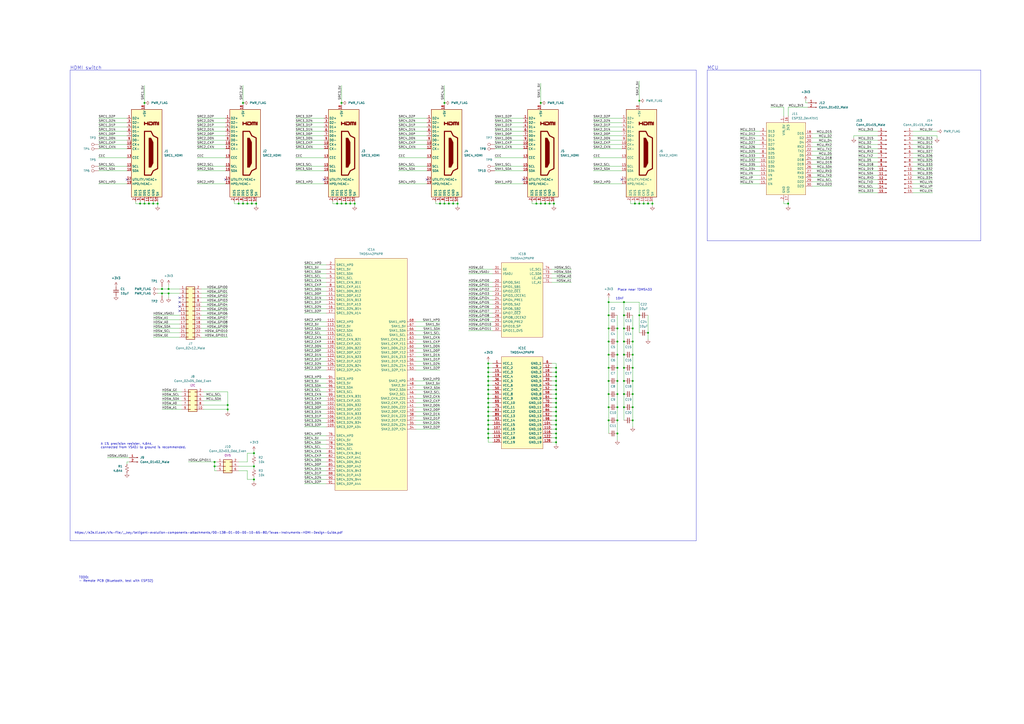
<source format=kicad_sch>
(kicad_sch (version 20230121) (generator eeschema)
  (paper "A2")
  (title_block (title "TDMS442 Demo") (rev "2A") (company "Nick Bolton"))
  (junction (at 260.35 118.11))
  (junction (at 132.08 237.49))
  (junction (at 93.98 167.64))
  (junction (at 83.82 118.11))
  (junction (at 195.58 118.11))
  (junction (at 265.43 118.11))
  (junction (at 322.58 241.3))
  (junction (at 358.14 243.84))
  (junction (at 255.27 118.11))
  (junction (at 370.84 58.42))
  (junction (at 283.21 241.3))
  (junction (at 368.3 118.11))
  (junction (at 322.58 223.52))
  (junction (at 353.06 213.36))
  (junction (at 367.03 198.12))
  (junction (at 367.03 243.84))
  (junction (at 143.51 118.11))
  (junction (at 322.58 220.98))
  (junction (at 283.21 238.76))
  (junction (at 367.03 205.74))
  (junction (at 257.81 59.69))
  (junction (at 353.06 228.6))
  (junction (at 81.28 118.11))
  (junction (at 198.12 118.11))
  (junction (at 322.58 256.54))
  (junction (at 313.69 118.11))
  (junction (at 203.2 118.11))
  (junction (at 283.21 236.22))
  (junction (at 367.03 220.98))
  (junction (at 361.95 205.74))
  (junction (at 353.06 236.22))
  (junction (at 361.95 213.36))
  (junction (at 367.03 190.5))
  (junction (at 361.95 220.98))
  (junction (at 361.95 175.26))
  (junction (at 322.58 231.14))
  (junction (at 322.58 236.22))
  (junction (at 283.21 218.44))
  (junction (at 361.95 182.88))
  (junction (at 322.58 243.84))
  (junction (at 361.95 190.5))
  (junction (at 358.14 198.12))
  (junction (at 322.58 218.44))
  (junction (at 353.06 205.74))
  (junction (at 322.58 246.38))
  (junction (at 358.14 213.36))
  (junction (at 97.79 170.18))
  (junction (at 283.21 215.9))
  (junction (at 322.58 238.76))
  (junction (at 283.21 254))
  (junction (at 147.32 278.13))
  (junction (at 148.59 118.11))
  (junction (at 322.58 254))
  (junction (at 283.21 210.82))
  (junction (at 358.14 205.74))
  (junction (at 88.9 118.11))
  (junction (at 322.58 251.46))
  (junction (at 283.21 246.38))
  (junction (at 358.14 220.98))
  (junction (at 313.69 59.69))
  (junction (at 124.46 270.51))
  (junction (at 457.2 118.11))
  (junction (at 361.95 236.22))
  (junction (at 283.21 226.06))
  (junction (at 283.21 251.46))
  (junction (at 283.21 228.6))
  (junction (at 283.21 243.84))
  (junction (at 378.46 118.11))
  (junction (at 86.36 118.11))
  (junction (at 370.84 118.11))
  (junction (at 257.81 118.11))
  (junction (at 124.46 267.97))
  (junction (at 373.38 118.11))
  (junction (at 322.58 215.9))
  (junction (at 353.06 182.88))
  (junction (at 146.05 118.11))
  (junction (at 262.89 118.11))
  (junction (at 311.15 118.11))
  (junction (at 200.66 118.11))
  (junction (at 138.43 118.11))
  (junction (at 367.03 236.22))
  (junction (at 283.21 220.98))
  (junction (at 353.06 175.26))
  (junction (at 361.95 228.6))
  (junction (at 283.21 223.52))
  (junction (at 140.97 118.11))
  (junction (at 353.06 198.12))
  (junction (at 93.98 170.18))
  (junction (at 367.03 213.36))
  (junction (at 353.06 190.5))
  (junction (at 83.82 59.69))
  (junction (at 358.14 236.22))
  (junction (at 283.21 248.92))
  (junction (at 370.84 182.88))
  (junction (at 358.14 190.5))
  (junction (at 91.44 118.11))
  (junction (at 358.14 228.6))
  (junction (at 353.06 243.84))
  (junction (at 367.03 228.6))
  (junction (at 318.77 118.11))
  (junction (at 322.58 226.06))
  (junction (at 375.92 118.11))
  (junction (at 322.58 248.92))
  (junction (at 198.12 59.69))
  (junction (at 361.95 198.12))
  (junction (at 375.92 193.04))
  (junction (at 322.58 233.68))
  (junction (at 358.14 251.46))
  (junction (at 322.58 213.36))
  (junction (at 205.74 118.11))
  (junction (at 283.21 231.14))
  (junction (at 353.06 220.98))
  (junction (at 97.79 167.64))
  (junction (at 132.08 234.95))
  (junction (at 316.23 118.11))
  (junction (at 283.21 233.68))
  (junction (at 321.31 118.11))
  (junction (at 140.97 59.69))
  (junction (at 147.32 262.89))
  (junction (at 322.58 228.6))
  (junction (at 147.32 270.51))
  (junction (at 283.21 213.36))
  (no_connect (at 104.14 175.26))
  (no_connect (at 104.14 180.34))
  (no_connect (at 104.14 177.8))
  (no_connect (at 360.68 104.14))
  (no_connect (at 130.81 104.14))
  (no_connect (at 73.66 104.14))
  (no_connect (at 303.53 104.14))
  (no_connect (at 104.14 172.72))
  (no_connect (at 187.96 104.14))
  (no_connect (at 247.65 104.14))
  (wire (pts (xy 97.79 165.1) (xy 97.79 167.64)))
  (wire (pts (xy 367.03 213.36) (xy 367.03 220.98)))
  (wire (pts (xy 283.21 218.44) (xy 283.21 220.98)))
  (wire (pts (xy 176.53 196.85) (xy 189.23 196.85)))
  (wire (pts (xy 482.6 97.79) (xy 471.17 97.79)))
  (wire (pts (xy 283.21 254) (xy 285.75 254)))
  (wire (pts (xy 198.12 59.69) (xy 198.12 60.96)))
  (wire (pts (xy 283.21 220.98) (xy 283.21 223.52)))
  (wire (pts (xy 265.43 116.84) (xy 265.43 118.11)))
  (wire (pts (xy 283.21 243.84) (xy 283.21 246.38)))
  (wire (pts (xy 200.66 116.84) (xy 200.66 118.11)))
  (wire (pts (xy 116.84 195.58) (xy 132.08 195.58)))
  (wire (pts (xy 57.15 76.2) (xy 73.66 76.2)))
  (wire (pts (xy 344.17 96.52) (xy 360.68 96.52)))
  (wire (pts (xy 132.08 187.96) (xy 116.84 187.96)))
  (wire (pts (xy 171.45 68.58) (xy 187.96 68.58)))
  (wire (pts (xy 322.58 248.92) (xy 322.58 246.38)))
  (wire (pts (xy 497.84 111.76) (xy 509.27 111.76)))
  (wire (pts (xy 322.58 215.9) (xy 322.58 213.36)))
  (wire (pts (xy 57.15 81.28) (xy 73.66 81.28)))
  (wire (pts (xy 367.03 220.98) (xy 367.03 228.6)))
  (wire (pts (xy 287.02 83.82) (xy 303.53 83.82)))
  (wire (pts (xy 367.03 205.74) (xy 367.03 213.36)))
  (wire (pts (xy 543.56 76.2) (xy 529.59 76.2)))
  (wire (pts (xy 482.6 92.71) (xy 471.17 92.71)))
  (wire (pts (xy 132.08 227.33) (xy 132.08 234.95)))
  (wire (pts (xy 283.21 246.38) (xy 285.75 246.38)))
  (wire (pts (xy 344.17 99.06) (xy 360.68 99.06)))
  (wire (pts (xy 429.26 86.36) (xy 440.69 86.36)))
  (wire (pts (xy 176.53 214.63) (xy 189.23 214.63)))
  (wire (pts (xy 497.84 88.9) (xy 509.27 88.9)))
  (wire (pts (xy 93.98 229.87) (xy 105.41 229.87)))
  (wire (pts (xy 457.2 116.84) (xy 457.2 118.11)))
  (wire (pts (xy 147.32 278.13) (xy 147.32 276.86)))
  (wire (pts (xy 176.53 252.73) (xy 189.23 252.73)))
  (wire (pts (xy 118.11 229.87) (xy 128.27 229.87)))
  (wire (pts (xy 367.03 182.88) (xy 367.03 190.5)))
  (wire (pts (xy 176.53 168.91) (xy 189.23 168.91)))
  (wire (pts (xy 97.79 170.18) (xy 104.14 170.18)))
  (wire (pts (xy 541.02 104.14) (xy 529.59 104.14)))
  (wire (pts (xy 429.26 78.74) (xy 440.69 78.74)))
  (wire (pts (xy 495.3 78.74) (xy 509.27 78.74)))
  (wire (pts (xy 176.53 242.57) (xy 189.23 242.57)))
  (wire (pts (xy 308.61 116.84) (xy 308.61 118.11)))
  (wire (pts (xy 271.78 181.61) (xy 285.75 181.61)))
  (polyline (pts (xy 568.96 139.7) (xy 568.96 40.64)))
  (wire (pts (xy 457.2 118.11) (xy 457.2 119.38)))
  (wire (pts (xy 132.08 177.8) (xy 116.84 177.8)))
  (wire (pts (xy 88.9 118.11) (xy 91.44 118.11)))
  (wire (pts (xy 176.53 176.53) (xy 189.23 176.53)))
  (wire (pts (xy 320.04 210.82) (xy 322.58 210.82)))
  (wire (pts (xy 543.56 78.74) (xy 529.59 78.74)))
  (wire (pts (xy 283.21 251.46) (xy 285.75 251.46)))
  (wire (pts (xy 231.14 83.82) (xy 247.65 83.82)))
  (wire (pts (xy 57.15 86.36) (xy 73.66 86.36)))
  (wire (pts (xy 171.45 71.12) (xy 187.96 71.12)))
  (wire (pts (xy 353.06 190.5) (xy 353.06 182.88)))
  (wire (pts (xy 308.61 118.11) (xy 311.15 118.11)))
  (wire (pts (xy 135.89 118.11) (xy 138.43 118.11)))
  (wire (pts (xy 147.32 261.62) (xy 147.32 262.89)))
  (wire (pts (xy 429.26 91.44) (xy 440.69 91.44)))
  (wire (pts (xy 140.97 59.69) (xy 140.97 60.96)))
  (wire (pts (xy 283.21 236.22) (xy 285.75 236.22)))
  (wire (pts (xy 176.53 224.79) (xy 189.23 224.79)))
  (wire (pts (xy 57.15 78.74) (xy 73.66 78.74)))
  (wire (pts (xy 241.3 223.52) (xy 255.27 223.52)))
  (wire (pts (xy 241.3 228.6) (xy 255.27 228.6)))
  (wire (pts (xy 200.66 118.11) (xy 203.2 118.11)))
  (wire (pts (xy 57.15 99.06) (xy 73.66 99.06)))
  (wire (pts (xy 429.26 76.2) (xy 440.69 76.2)))
  (wire (pts (xy 313.69 118.11) (xy 316.23 118.11)))
  (wire (pts (xy 171.45 78.74) (xy 187.96 78.74)))
  (wire (pts (xy 331.47 156.21) (xy 320.04 156.21)))
  (wire (pts (xy 176.53 163.83) (xy 189.23 163.83)))
  (wire (pts (xy 171.45 81.28) (xy 187.96 81.28)))
  (wire (pts (xy 198.12 116.84) (xy 198.12 118.11)))
  (wire (pts (xy 361.95 175.26) (xy 361.95 182.88)))
  (wire (pts (xy 241.3 233.68) (xy 255.27 233.68)))
  (wire (pts (xy 147.32 271.78) (xy 147.32 270.51)))
  (wire (pts (xy 320.04 226.06) (xy 322.58 226.06)))
  (wire (pts (xy 361.95 198.12) (xy 361.95 205.74)))
  (wire (pts (xy 457.2 67.31) (xy 457.2 62.23)))
  (wire (pts (xy 135.89 116.84) (xy 135.89 118.11)))
  (wire (pts (xy 195.58 116.84) (xy 195.58 118.11)))
  (wire (pts (xy 322.58 213.36) (xy 322.58 210.82)))
  (wire (pts (xy 140.97 116.84) (xy 140.97 118.11)))
  (wire (pts (xy 132.08 237.49) (xy 132.08 238.76)))
  (wire (pts (xy 353.06 172.72) (xy 353.06 175.26)))
  (wire (pts (xy 283.21 243.84) (xy 285.75 243.84)))
  (wire (pts (xy 320.04 228.6) (xy 322.58 228.6)))
  (wire (pts (xy 132.08 190.5) (xy 116.84 190.5)))
  (wire (pts (xy 283.21 231.14) (xy 285.75 231.14)))
  (wire (pts (xy 367.03 198.12) (xy 367.03 205.74)))
  (wire (pts (xy 497.84 86.36) (xy 509.27 86.36)))
  (polyline (pts (xy 40.64 40.64) (xy 403.86 40.64)))
  (wire (pts (xy 365.76 116.84) (xy 365.76 118.11)))
  (wire (pts (xy 361.95 190.5) (xy 361.95 198.12)))
  (wire (pts (xy 316.23 116.84) (xy 316.23 118.11)))
  (wire (pts (xy 124.46 273.05) (xy 125.73 273.05)))
  (wire (pts (xy 176.53 166.37) (xy 189.23 166.37)))
  (wire (pts (xy 320.04 256.54) (xy 322.58 256.54)))
  (wire (pts (xy 143.51 278.13) (xy 147.32 278.13)))
  (wire (pts (xy 320.04 231.14) (xy 322.58 231.14)))
  (wire (pts (xy 370.84 46.99) (xy 370.84 58.42)))
  (wire (pts (xy 454.66 116.84) (xy 454.66 118.11)))
  (wire (pts (xy 541.02 88.9) (xy 529.59 88.9)))
  (wire (pts (xy 91.44 170.18) (xy 93.98 170.18)))
  (wire (pts (xy 176.53 245.11) (xy 189.23 245.11)))
  (wire (pts (xy 344.17 83.82) (xy 360.68 83.82)))
  (wire (pts (xy 241.3 214.63) (xy 255.27 214.63)))
  (wire (pts (xy 93.98 232.41) (xy 105.41 232.41)))
  (wire (pts (xy 467.36 59.69) (xy 468.63 59.69)))
  (wire (pts (xy 322.58 231.14) (xy 322.58 228.6)))
  (wire (pts (xy 83.82 49.53) (xy 83.82 59.69)))
  (wire (pts (xy 320.04 243.84) (xy 322.58 243.84)))
  (wire (pts (xy 509.27 76.2) (xy 497.84 76.2)))
  (wire (pts (xy 93.98 167.64) (xy 97.79 167.64)))
  (wire (pts (xy 176.53 227.33) (xy 189.23 227.33)))
  (wire (pts (xy 361.95 205.74) (xy 361.95 213.36)))
  (wire (pts (xy 231.14 76.2) (xy 247.65 76.2)))
  (wire (pts (xy 367.03 190.5) (xy 367.03 198.12)))
  (wire (pts (xy 91.44 167.64) (xy 93.98 167.64)))
  (wire (pts (xy 497.84 99.06) (xy 509.27 99.06)))
  (wire (pts (xy 93.98 171.45) (xy 93.98 170.18)))
  (wire (pts (xy 375.92 118.11) (xy 378.46 118.11)))
  (wire (pts (xy 241.3 220.98) (xy 255.27 220.98)))
  (wire (pts (xy 283.21 246.38) (xy 283.21 248.92)))
  (wire (pts (xy 57.15 71.12) (xy 73.66 71.12)))
  (wire (pts (xy 283.21 220.98) (xy 285.75 220.98)))
  (wire (pts (xy 361.95 213.36) (xy 361.95 220.98)))
  (wire (pts (xy 320.04 246.38) (xy 322.58 246.38)))
  (wire (pts (xy 231.14 68.58) (xy 247.65 68.58)))
  (wire (pts (xy 543.56 80.01) (xy 543.56 78.74)))
  (wire (pts (xy 241.3 238.76) (xy 255.27 238.76)))
  (wire (pts (xy 176.53 270.51) (xy 189.23 270.51)))
  (wire (pts (xy 176.53 201.93) (xy 189.23 201.93)))
  (wire (pts (xy 148.59 118.11) (xy 148.59 119.38)))
  (wire (pts (xy 322.58 246.38) (xy 322.58 243.84)))
  (wire (pts (xy 541.02 86.36) (xy 529.59 86.36)))
  (wire (pts (xy 358.14 255.27) (xy 358.14 251.46)))
  (wire (pts (xy 370.84 116.84) (xy 370.84 118.11)))
  (wire (pts (xy 353.06 213.36) (xy 353.06 205.74)))
  (wire (pts (xy 241.3 186.69) (xy 255.27 186.69)))
  (wire (pts (xy 241.3 248.92) (xy 255.27 248.92)))
  (wire (pts (xy 271.78 189.23) (xy 285.75 189.23)))
  (wire (pts (xy 241.3 231.14) (xy 255.27 231.14)))
  (wire (pts (xy 429.26 96.52) (xy 440.69 96.52)))
  (wire (pts (xy 318.77 116.84) (xy 318.77 118.11)))
  (wire (pts (xy 83.82 116.84) (xy 83.82 118.11)))
  (wire (pts (xy 283.21 210.82) (xy 283.21 213.36)))
  (wire (pts (xy 344.17 78.74) (xy 360.68 78.74)))
  (wire (pts (xy 193.04 118.11) (xy 195.58 118.11)))
  (wire (pts (xy 322.58 218.44) (xy 322.58 215.9)))
  (wire (pts (xy 176.53 194.31) (xy 189.23 194.31)))
  (wire (pts (xy 176.53 265.43) (xy 189.23 265.43)))
  (wire (pts (xy 287.02 78.74) (xy 303.53 78.74)))
  (wire (pts (xy 241.3 236.22) (xy 255.27 236.22)))
  (wire (pts (xy 143.51 267.97) (xy 143.51 262.89)))
  (wire (pts (xy 283.21 209.55) (xy 283.21 210.82)))
  (wire (pts (xy 283.21 238.76) (xy 283.21 241.3)))
  (wire (pts (xy 114.3 83.82) (xy 130.81 83.82)))
  (wire (pts (xy 83.82 118.11) (xy 86.36 118.11)))
  (wire (pts (xy 541.02 106.68) (xy 529.59 106.68)))
  (wire (pts (xy 283.21 251.46) (xy 283.21 254)))
  (wire (pts (xy 176.53 158.75) (xy 189.23 158.75)))
  (wire (pts (xy 176.53 229.87) (xy 189.23 229.87)))
  (wire (pts (xy 241.3 209.55) (xy 255.27 209.55)))
  (wire (pts (xy 283.21 218.44) (xy 285.75 218.44)))
  (wire (pts (xy 241.3 204.47) (xy 255.27 204.47)))
  (wire (pts (xy 320.04 241.3) (xy 322.58 241.3)))
  (wire (pts (xy 353.06 175.26) (xy 361.95 175.26)))
  (wire (pts (xy 260.35 118.11) (xy 262.89 118.11)))
  (wire (pts (xy 148.59 116.84) (xy 148.59 118.11)))
  (wire (pts (xy 541.02 96.52) (xy 529.59 96.52)))
  (wire (pts (xy 283.21 248.92) (xy 285.75 248.92)))
  (wire (pts (xy 241.3 196.85) (xy 255.27 196.85)))
  (wire (pts (xy 482.6 80.01) (xy 471.17 80.01)))
  (wire (pts (xy 541.02 111.76) (xy 529.59 111.76)))
  (wire (pts (xy 322.58 256.54) (xy 322.58 254)))
  (wire (pts (xy 287.02 76.2) (xy 303.53 76.2)))
  (wire (pts (xy 447.04 62.23) (xy 454.66 62.23)))
  (wire (pts (xy 104.14 167.64) (xy 97.79 167.64)))
  (wire (pts (xy 143.51 118.11) (xy 146.05 118.11)))
  (wire (pts (xy 138.43 118.11) (xy 140.97 118.11)))
  (wire (pts (xy 322.58 228.6) (xy 322.58 226.06)))
  (wire (pts (xy 257.81 118.11) (xy 260.35 118.11)))
  (wire (pts (xy 271.78 176.53) (xy 285.75 176.53)))
  (wire (pts (xy 322.58 220.98) (xy 322.58 218.44)))
  (polyline (pts (xy 410.21 40.64) (xy 410.21 139.7)))
  (wire (pts (xy 241.3 243.84) (xy 255.27 243.84)))
  (wire (pts (xy 57.15 96.52) (xy 73.66 96.52)))
  (wire (pts (xy 176.53 207.01) (xy 189.23 207.01)))
  (wire (pts (xy 541.02 99.06) (xy 529.59 99.06)))
  (wire (pts (xy 375.92 193.04) (xy 375.92 196.85)))
  (wire (pts (xy 271.78 184.15) (xy 285.75 184.15)))
  (wire (pts (xy 104.14 185.42) (xy 88.9 185.42)))
  (wire (pts (xy 429.26 81.28) (xy 440.69 81.28)))
  (wire (pts (xy 353.06 220.98) (xy 353.06 213.36)))
  (wire (pts (xy 283.21 233.68) (xy 285.75 233.68)))
  (wire (pts (xy 176.53 181.61) (xy 189.23 181.61)))
  (wire (pts (xy 358.14 228.6) (xy 358.14 220.98)))
  (wire (pts (xy 176.53 267.97) (xy 189.23 267.97)))
  (wire (pts (xy 320.04 236.22) (xy 322.58 236.22)))
  (wire (pts (xy 271.78 168.91) (xy 285.75 168.91)))
  (wire (pts (xy 271.78 186.69) (xy 285.75 186.69)))
  (wire (pts (xy 109.22 267.97) (xy 124.46 267.97)))
  (wire (pts (xy 311.15 116.84) (xy 311.15 118.11)))
  (wire (pts (xy 171.45 91.44) (xy 187.96 91.44)))
  (wire (pts (xy 367.03 228.6) (xy 367.03 236.22)))
  (wire (pts (xy 283.21 254) (xy 283.21 256.54)))
  (wire (pts (xy 320.04 248.92) (xy 322.58 248.92)))
  (wire (pts (xy 541.02 83.82) (xy 529.59 83.82)))
  (wire (pts (xy 262.89 116.84) (xy 262.89 118.11)))
  (wire (pts (xy 241.3 199.39) (xy 255.27 199.39)))
  (wire (pts (xy 344.17 86.36) (xy 360.68 86.36)))
  (wire (pts (xy 283.21 238.76) (xy 285.75 238.76)))
  (wire (pts (xy 283.21 223.52) (xy 285.75 223.52)))
  (wire (pts (xy 86.36 116.84) (xy 86.36 118.11)))
  (wire (pts (xy 132.08 175.26) (xy 116.84 175.26)))
  (wire (pts (xy 283.21 215.9) (xy 283.21 218.44)))
  (wire (pts (xy 146.05 118.11) (xy 148.59 118.11)))
  (wire (pts (xy 91.44 118.11) (xy 91.44 119.38)))
  (wire (pts (xy 255.27 116.84) (xy 255.27 118.11)))
  (wire (pts (xy 368.3 118.11) (xy 370.84 118.11)))
  (wire (pts (xy 176.53 161.29) (xy 189.23 161.29)))
  (wire (pts (xy 255.27 118.11) (xy 257.81 118.11)))
  (wire (pts (xy 541.02 91.44) (xy 529.59 91.44)))
  (wire (pts (xy 171.45 73.66) (xy 187.96 73.66)))
  (wire (pts (xy 358.14 236.22) (xy 358.14 228.6)))
  (wire (pts (xy 370.84 118.11) (xy 373.38 118.11)))
  (wire (pts (xy 104.14 187.96) (xy 88.9 187.96)))
  (wire (pts (xy 132.08 167.64) (xy 116.84 167.64)))
  (wire (pts (xy 271.78 191.77) (xy 285.75 191.77)))
  (wire (pts (xy 378.46 116.84) (xy 378.46 118.11)))
  (wire (pts (xy 114.3 68.58) (xy 130.81 68.58)))
  (wire (pts (xy 171.45 83.82) (xy 187.96 83.82)))
  (wire (pts (xy 283.21 226.06) (xy 285.75 226.06)))
  (wire (pts (xy 322.58 251.46) (xy 322.58 248.92)))
  (wire (pts (xy 203.2 118.11) (xy 205.74 118.11)))
  (wire (pts (xy 86.36 118.11) (xy 88.9 118.11)))
  (polyline (pts (xy 410.21 139.7) (xy 568.96 139.7)))
  (wire (pts (xy 344.17 106.68) (xy 360.68 106.68)))
  (wire (pts (xy 93.98 237.49) (xy 105.41 237.49)))
  (wire (pts (xy 283.21 256.54) (xy 285.75 256.54)))
  (wire (pts (xy 231.14 96.52) (xy 247.65 96.52)))
  (wire (pts (xy 147.32 269.24) (xy 147.32 270.51)))
  (wire (pts (xy 287.02 68.58) (xy 303.53 68.58)))
  (wire (pts (xy 171.45 99.06) (xy 187.96 99.06)))
  (wire (pts (xy 118.11 237.49) (xy 132.08 237.49)))
  (wire (pts (xy 320.04 215.9) (xy 322.58 215.9)))
  (wire (pts (xy 231.14 71.12) (xy 247.65 71.12)))
  (wire (pts (xy 176.53 232.41) (xy 189.23 232.41)))
  (wire (pts (xy 257.81 59.69) (xy 257.81 60.96)))
  (wire (pts (xy 231.14 73.66) (xy 247.65 73.66)))
  (wire (pts (xy 482.6 87.63) (xy 471.17 87.63)))
  (wire (pts (xy 320.04 220.98) (xy 322.58 220.98)))
  (wire (pts (xy 358.14 251.46) (xy 358.14 243.84)))
  (wire (pts (xy 143.51 262.89) (xy 147.32 262.89)))
  (wire (pts (xy 124.46 270.51) (xy 125.73 270.51)))
  (wire (pts (xy 497.84 81.28) (xy 509.27 81.28)))
  (wire (pts (xy 176.53 191.77) (xy 189.23 191.77)))
  (wire (pts (xy 283.21 248.92) (xy 283.21 251.46)))
  (wire (pts (xy 88.9 195.58) (xy 104.14 195.58)))
  (wire (pts (xy 482.6 102.87) (xy 471.17 102.87)))
  (wire (pts (xy 482.6 105.41) (xy 471.17 105.41)))
  (wire (pts (xy 373.38 116.84) (xy 373.38 118.11)))
  (wire (pts (xy 124.46 267.97) (xy 125.73 267.97)))
  (wire (pts (xy 320.04 218.44) (xy 322.58 218.44)))
  (wire (pts (xy 375.92 116.84) (xy 375.92 118.11)))
  (wire (pts (xy 353.06 228.6) (xy 353.06 220.98)))
  (wire (pts (xy 320.04 233.68) (xy 322.58 233.68)))
  (wire (pts (xy 93.98 234.95) (xy 105.41 234.95)))
  (wire (pts (xy 497.84 91.44) (xy 509.27 91.44)))
  (wire (pts (xy 93.98 227.33) (xy 105.41 227.33)))
  (wire (pts (xy 313.69 116.84) (xy 313.69 118.11)))
  (wire (pts (xy 176.53 273.05) (xy 189.23 273.05)))
  (wire (pts (xy 118.11 232.41) (xy 128.27 232.41)))
  (wire (pts (xy 241.3 201.93) (xy 255.27 201.93)))
  (wire (pts (xy 88.9 116.84) (xy 88.9 118.11)))
  (wire (pts (xy 176.53 171.45) (xy 189.23 171.45)))
  (wire (pts (xy 205.74 118.11) (xy 205.74 119.38)))
  (wire (pts (xy 482.6 77.47) (xy 471.17 77.47)))
  (wire (pts (xy 241.3 246.38) (xy 255.27 246.38)))
  (wire (pts (xy 320.04 254) (xy 322.58 254)))
  (wire (pts (xy 482.6 90.17) (xy 471.17 90.17)))
  (wire (pts (xy 283.21 228.6) (xy 285.75 228.6)))
  (wire (pts (xy 287.02 99.06) (xy 303.53 99.06)))
  (wire (pts (xy 497.84 96.52) (xy 509.27 96.52)))
  (wire (pts (xy 57.15 68.58) (xy 73.66 68.58)))
  (wire (pts (xy 132.08 227.33) (xy 118.11 227.33)))
  (wire (pts (xy 176.53 222.25) (xy 189.23 222.25)))
  (wire (pts (xy 114.3 71.12) (xy 130.81 71.12)))
  (wire (pts (xy 271.78 179.07) (xy 285.75 179.07)))
  (wire (pts (xy 114.3 81.28) (xy 130.81 81.28)))
  (wire (pts (xy 198.12 118.11) (xy 200.66 118.11)))
  (wire (pts (xy 260.35 116.84) (xy 260.35 118.11)))
  (wire (pts (xy 497.84 109.22) (xy 509.27 109.22)))
  (wire (pts (xy 124.46 270.51) (xy 124.46 273.05)))
  (wire (pts (xy 271.78 173.99) (xy 285.75 173.99)))
  (wire (pts (xy 57.15 83.82) (xy 73.66 83.82)))
  (wire (pts (xy 143.51 116.84) (xy 143.51 118.11)))
  (wire (pts (xy 361.95 220.98) (xy 361.95 228.6)))
  (wire (pts (xy 361.95 228.6) (xy 361.95 236.22)))
  (wire (pts (xy 320.04 238.76) (xy 322.58 238.76)))
  (wire (pts (xy 353.06 243.84) (xy 353.06 236.22)))
  (wire (pts (xy 358.14 213.36) (xy 358.14 205.74)))
  (wire (pts (xy 318.77 118.11) (xy 321.31 118.11)))
  (wire (pts (xy 231.14 86.36) (xy 247.65 86.36)))
  (wire (pts (xy 104.14 193.04) (xy 88.9 193.04)))
  (wire (pts (xy 454.66 62.23) (xy 454.66 67.31)))
  (wire (pts (xy 132.08 237.49) (xy 132.08 234.95)))
  (wire (pts (xy 257.81 116.84) (xy 257.81 118.11)))
  (wire (pts (xy 482.6 82.55) (xy 471.17 82.55)))
  (wire (pts (xy 114.3 91.44) (xy 130.81 91.44)))
  (wire (pts (xy 541.02 101.6) (xy 529.59 101.6)))
  (wire (pts (xy 361.95 236.22) (xy 361.95 243.84)))
  (wire (pts (xy 171.45 96.52) (xy 187.96 96.52)))
  (wire (pts (xy 241.3 226.06) (xy 255.27 226.06)))
  (wire (pts (xy 241.3 241.3) (xy 255.27 241.3)))
  (wire (pts (xy 344.17 81.28) (xy 360.68 81.28)))
  (wire (pts (xy 140.97 118.11) (xy 143.51 118.11)))
  (wire (pts (xy 171.45 86.36) (xy 187.96 86.36)))
  (wire (pts (xy 193.04 116.84) (xy 193.04 118.11)))
  (wire (pts (xy 429.26 88.9) (xy 440.69 88.9)))
  (wire (pts (xy 74.93 265.43) (xy 62.23 265.43)))
  (wire (pts (xy 147.32 262.89) (xy 147.32 264.16)))
  (wire (pts (xy 322.58 257.81) (xy 322.58 256.54)))
  (wire (pts (xy 176.53 255.27) (xy 189.23 255.27)))
  (wire (pts (xy 322.58 254) (xy 322.58 251.46)))
  (wire (pts (xy 132.08 193.04) (xy 116.84 193.04)))
  (wire (pts (xy 73.66 267.97) (xy 73.66 269.24)))
  (wire (pts (xy 368.3 116.84) (xy 368.3 118.11)))
  (wire (pts (xy 429.26 106.68) (xy 440.69 106.68)))
  (wire (pts (xy 367.03 247.65) (xy 367.03 243.84)))
  (wire (pts (xy 321.31 116.84) (xy 321.31 118.11)))
  (wire (pts (xy 271.78 163.83) (xy 285.75 163.83)))
  (wire (pts (xy 171.45 76.2) (xy 187.96 76.2)))
  (wire (pts (xy 287.02 73.66) (xy 303.53 73.66)))
  (wire (pts (xy 132.08 180.34) (xy 116.84 180.34)))
  (wire (pts (xy 353.06 251.46) (xy 353.06 243.84)))
  (wire (pts (xy 271.78 158.75) (xy 285.75 158.75)))
  (wire (pts (xy 320.04 223.52) (xy 322.58 223.52)))
  (wire (pts (xy 454.66 118.11) (xy 457.2 118.11)))
  (wire (pts (xy 482.6 107.95) (xy 471.17 107.95)))
  (wire (pts (xy 429.26 104.14) (xy 440.69 104.14)))
  (wire (pts (xy 231.14 81.28) (xy 247.65 81.28)))
  (wire (pts (xy 231.14 91.44) (xy 247.65 91.44)))
  (wire (pts (xy 93.98 166.37) (xy 93.98 167.64)))
  (wire (pts (xy 370.84 182.88) (xy 370.84 175.26)))
  (wire (pts (xy 283.21 223.52) (xy 283.21 226.06)))
  (wire (pts (xy 176.53 199.39) (xy 189.23 199.39)))
  (wire (pts (xy 283.21 228.6) (xy 283.21 231.14)))
  (wire (pts (xy 176.53 156.21) (xy 189.23 156.21)))
  (wire (pts (xy 176.53 257.81) (xy 189.23 257.81)))
  (wire (pts (xy 353.06 205.74) (xy 353.06 198.12)))
  (wire (pts (xy 283.21 231.14) (xy 283.21 233.68)))
  (wire (pts (xy 311.15 118.11) (xy 313.69 118.11)))
  (wire (pts (xy 176.53 153.67) (xy 189.23 153.67)))
  (wire (pts (xy 358.14 243.84) (xy 358.14 236.22)))
  (wire (pts (xy 287.02 106.68) (xy 303.53 106.68)))
  (wire (pts (xy 176.53 247.65) (xy 189.23 247.65)))
  (wire (pts (xy 104.14 190.5) (xy 88.9 190.5)))
  (wire (pts (xy 138.43 267.97) (xy 143.51 267.97)))
  (wire (pts (xy 81.28 118.11) (xy 83.82 118.11)))
  (wire (pts (xy 176.53 179.07) (xy 189.23 179.07)))
  (wire (pts (xy 241.3 212.09) (xy 255.27 212.09)))
  (wire (pts (xy 104.14 182.88) (xy 88.9 182.88)))
  (polyline (pts (xy 40.64 40.64) (xy 40.64 313.69)))
  (wire (pts (xy 370.84 193.04) (xy 370.84 182.88)))
  (wire (pts (xy 287.02 91.44) (xy 303.53 91.44)))
  (wire (pts (xy 331.47 158.75) (xy 320.04 158.75)))
  (wire (pts (xy 283.21 226.06) (xy 283.21 228.6)))
  (wire (pts (xy 146.05 116.84) (xy 146.05 118.11)))
  (wire (pts (xy 320.04 163.83) (xy 331.47 163.83)))
  (wire (pts (xy 358.14 198.12) (xy 358.14 190.5)))
  (wire (pts (xy 262.89 118.11) (xy 265.43 118.11)))
  (wire (pts (xy 373.38 118.11) (xy 375.92 118.11)))
  (wire (pts (xy 147.32 279.4) (xy 147.32 278.13)))
  (wire (pts (xy 287.02 86.36) (xy 303.53 86.36)))
  (wire (pts (xy 74.93 267.97) (xy 73.66 267.97)))
  (wire (pts (xy 497.84 104.14) (xy 509.27 104.14)))
  (wire (pts (xy 176.53 189.23) (xy 189.23 189.23)))
  (wire (pts (xy 78.74 116.84) (xy 78.74 118.11)))
  (wire (pts (xy 541.02 109.22) (xy 529.59 109.22)))
  (wire (pts (xy 495.3 80.01) (xy 495.3 78.74)))
  (wire (pts (xy 283.21 215.9) (xy 285.75 215.9)))
  (wire (pts (xy 132.08 185.42) (xy 116.84 185.42)))
  (wire (pts (xy 138.43 116.84) (xy 138.43 118.11)))
  (wire (pts (xy 195.58 118.11) (xy 198.12 118.11)))
  (wire (pts (xy 429.26 83.82) (xy 440.69 83.82)))
  (wire (pts (xy 271.78 156.21) (xy 285.75 156.21)))
  (wire (pts (xy 176.53 234.95) (xy 189.23 234.95)))
  (wire (pts (xy 313.69 59.69) (xy 313.69 60.96)))
  (wire (pts (xy 265.43 118.11) (xy 265.43 119.38)))
  (wire (pts (xy 78.74 118.11) (xy 81.28 118.11)))
  (wire (pts (xy 287.02 81.28) (xy 303.53 81.28)))
  (wire (pts (xy 241.3 189.23) (xy 255.27 189.23)))
  (wire (pts (xy 322.58 233.68) (xy 322.58 231.14)))
  (wire (pts (xy 321.31 118.11) (xy 321.31 119.38)))
  (wire (pts (xy 271.78 166.37) (xy 285.75 166.37)))
  (polyline (pts (xy 40.64 313.69) (xy 403.86 313.69)))
  (wire (pts (xy 344.17 76.2) (xy 360.68 76.2)))
  (wire (pts (xy 241.3 194.31) (xy 255.27 194.31)))
  (wire (pts (xy 283.21 210.82) (xy 285.75 210.82)))
  (wire (pts (xy 482.6 95.25) (xy 471.17 95.25)))
  (wire (pts (xy 176.53 186.69) (xy 189.23 186.69)))
  (wire (pts (xy 271.78 171.45) (xy 285.75 171.45)))
  (wire (pts (xy 138.43 273.05) (xy 143.51 273.05)))
  (wire (pts (xy 378.46 118.11) (xy 378.46 119.38)))
  (wire (pts (xy 316.23 118.11) (xy 318.77 118.11)))
  (wire (pts (xy 93.98 170.18) (xy 97.79 170.18)))
  (wire (pts (xy 287.02 71.12) (xy 303.53 71.12)))
  (wire (pts (xy 283.21 241.3) (xy 285.75 241.3)))
  (wire (pts (xy 176.53 209.55) (xy 189.23 209.55)))
  (wire (pts (xy 132.08 182.88) (xy 116.84 182.88)))
  (wire (pts (xy 171.45 106.68) (xy 187.96 106.68)))
  (wire (pts (xy 367.03 236.22) (xy 367.03 243.84)))
  (wire (pts (xy 176.53 204.47) (xy 189.23 204.47)))
  (wire (pts (xy 320.04 213.36) (xy 322.58 213.36)))
  (wire (pts (xy 541.02 93.98) (xy 529.59 93.98)))
  (wire (pts (xy 358.14 205.74) (xy 358.14 198.12)))
  (wire (pts (xy 83.82 59.69) (xy 83.82 60.96)))
  (polyline (pts (xy 403.86 313.69) (xy 403.86 40.64)))
  (wire (pts (xy 132.08 172.72) (xy 116.84 172.72)))
  (wire (pts (xy 313.69 48.26) (xy 313.69 59.69)))
  (wire (pts (xy 322.58 241.3) (xy 322.58 238.76)))
  (wire (pts (xy 231.14 106.68) (xy 247.65 106.68)))
  (wire (pts (xy 283.21 213.36) (xy 283.21 215.9)))
  (wire (pts (xy 361.95 175.26) (xy 370.84 175.26)))
  (wire (pts (xy 241.3 207.01) (xy 255.27 207.01)))
  (wire (pts (xy 198.12 49.53) (xy 198.12 59.69)))
  (wire (pts (xy 287.02 96.52) (xy 303.53 96.52)))
  (wire (pts (xy 322.58 243.84) (xy 322.58 241.3)))
  (wire (pts (xy 283.21 213.36) (xy 285.75 213.36)))
  (wire (pts (xy 331.47 161.29) (xy 320.04 161.29)))
  (wire (pts (xy 114.3 76.2) (xy 130.81 76.2)))
  (wire (pts (xy 361.95 182.88) (xy 361.95 190.5)))
  (wire (pts (xy 176.53 219.71) (xy 189.23 219.71)))
  (wire (pts (xy 97.79 172.72) (xy 97.79 170.18)))
  (wire (pts (xy 81.28 116.84) (xy 81.28 118.11)))
  (wire (pts (xy 114.3 73.66) (xy 130.81 73.66)))
  (wire (pts (xy 203.2 116.84) (xy 203.2 118.11)))
  (wire (pts (xy 176.53 262.89) (xy 189.23 262.89)))
  (wire (pts (xy 283.21 233.68) (xy 283.21 236.22)))
  (wire (pts (xy 205.74 116.84) (xy 205.74 118.11)))
  (wire (pts (xy 370.84 58.42) (xy 370.84 60.96)))
  (wire (pts (xy 322.58 226.06) (xy 322.58 223.52)))
  (wire (pts (xy 176.53 275.59) (xy 189.23 275.59)))
  (wire (pts (xy 176.53 212.09) (xy 189.23 212.09)))
  (wire (pts (xy 57.15 106.68) (xy 73.66 106.68)))
  (wire (pts (xy 344.17 68.58) (xy 360.68 68.58)))
  (wire (pts (xy 358.14 220.98) (xy 358.14 213.36)))
  (wire (pts (xy 497.84 83.82) (xy 509.27 83.82)))
  (wire (pts (xy 57.15 91.44) (xy 73.66 91.44)))
  (wire (pts (xy 231.14 78.74) (xy 247.65 78.74)))
  (wire (pts (xy 114.3 106.68) (xy 130.81 106.68)))
  (wire (pts (xy 322.58 238.76) (xy 322.58 236.22)))
  (wire (pts (xy 283.21 236.22) (xy 283.21 238.76)))
  (wire (pts (xy 429.26 101.6) (xy 440.69 101.6)))
  (wire (pts (xy 114.3 96.52) (xy 130.81 96.52)))
  (wire (pts (xy 132.08 170.18) (xy 116.84 170.18)))
  (wire (pts (xy 176.53 237.49) (xy 189.23 237.49)))
  (wire (pts (xy 114.3 86.36) (xy 130.81 86.36)))
  (wire (pts (xy 353.06 175.26) (xy 353.06 182.88)))
  (wire (pts (xy 57.15 73.66) (xy 73.66 73.66)))
  (wire (pts (xy 344.17 71.12) (xy 360.68 71.12)))
  (wire (pts (xy 375.92 182.88) (xy 375.92 193.04)))
  (wire (pts (xy 358.14 190.5) (xy 358.14 182.88)))
  (wire (pts (xy 457.2 62.23) (xy 468.63 62.23)))
  (wire (pts (xy 252.73 118.11) (xy 255.27 118.11)))
  (wire (pts (xy 344.17 73.66) (xy 360.68 73.66)))
  (wire (pts (xy 118.11 234.95) (xy 132.08 234.95)))
  (wire (pts (xy 283.21 241.3) (xy 283.21 243.84)))
  (wire (pts (xy 482.6 100.33) (xy 471.17 100.33)))
  (wire (pts (xy 176.53 173.99) (xy 189.23 173.99)))
  (wire (pts (xy 365.76 118.11) (xy 368.3 118.11)))
  (wire (pts (xy 138.43 270.51) (xy 147.32 270.51)))
  (wire (pts (xy 353.06 236.22) (xy 353.06 228.6)))
  (wire (pts (xy 467.36 58.42) (xy 467.36 59.69)))
  (wire (pts (xy 322.58 223.52) (xy 322.58 220.98)))
  (wire (pts (xy 344.17 91.44) (xy 360.68 91.44)))
  (wire (pts (xy 429.26 93.98) (xy 440.69 93.98)))
  (wire (pts (xy 114.3 99.06) (xy 130.81 99.06)))
  (wire (pts (xy 497.84 101.6) (xy 509.27 101.6)))
  (wire (pts (xy 320.04 251.46) (xy 322.58 251.46)))
  (wire (pts (xy 176.53 260.35) (xy 189.23 260.35)))
  (wire (pts (xy 114.3 78.74) (xy 130.81 78.74)))
  (wire (pts (xy 257.81 49.53) (xy 257.81 59.69)))
  (wire (pts (xy 140.97 49.53) (xy 140.97 59.69)))
  (wire (pts (xy 353.06 198.12) (xy 353.06 190.5)))
  (wire (pts (xy 91.44 116.84) (xy 91.44 118.11)))
  (wire (pts (xy 143.51 273.05) (xy 143.51 278.13)))
  (polyline (pts (xy 410.21 40.64) (xy 568.96 40.64)))
  (wire (pts (xy 541.02 81.28) (xy 529.59 81.28)))
  (wire (pts (xy 176.53 278.13) (xy 189.23 278.13)))
  (wire (pts (xy 124.46 267.97) (xy 124.46 270.51)))
  (wire (pts (xy 322.58 236.22) (xy 322.58 233.68)))
  (wire (pts (xy 482.6 85.09) (xy 471.17 85.09)))
  (wire (pts (xy 241.3 191.77) (xy 255.27 191.77)))
  (wire (pts (xy 429.26 99.06) (xy 440.69 99.06)))
  (wire (pts (xy 497.84 106.68) (xy 509.27 106.68)))
  (wire (pts (xy 252.73 116.84) (xy 252.73 118.11)))
  (wire (pts (xy 231.14 99.06) (xy 247.65 99.06)))
  (wire (pts (xy 176.53 280.67) (xy 189.23 280.67)))
  (wire (pts (xy 176.53 240.03) (xy 189.23 240.03)))
  (wire (pts (xy 497.84 93.98) (xy 509.27 93.98)))
  (text "10nF" (at 361.95 173.99 0) (effects (font (size 1.27 1.27)) (justify right bottom)))
  (text "Place near TDMS433" (at 358.14 168.91 0) (effects (font (size 1.27 1.27)) (justify left bottom)))
  (text "TODO:\n- Remote PCB (Bluetooth, test with ESP32)" (at 45.72 337.82 0) (effects (font (size 1.27 1.27)) (justify left bottom)))
  (text "https://e2e.ti.com/cfs-file/__key/telligent-evolution-components-attachments/00-138-01-00-00-10-65-80/Texas-Instruments-HDMI-Design-Guide.pdf" (at 43.18 309.88 0) (effects (font (size 1.27 1.27)) (justify left bottom)))
  (text "HDMI switch" (at 40.64 40.64 0) (effects (font (size 2 2)) (justify left bottom)))
  (text "MCU" (at 410.21 40.64 0) (effects (font (size 2 2)) (justify left bottom)))
  (text "A 1% precision resister, 4.64k, \nconnected from VSADJ to ground is recommended." (at 58.42 260.35 0) (effects (font (size 1.27 1.27)) (justify left bottom)))
  (label "SRC3_D0P" (at 171.45 78.74 0))
  (label "MCU_TX2" (at 482.6 87.63 180))
  (label "MCU_D35" (at 429.26 96.52 0))
  (label "SRC2_D1N" (at 176.53 207.01 0))
  (label "SNK2_D1P" (at 255.27 243.84 180))
  (label "SRC3_CKN" (at 171.45 86.36 0))
  (label "HDSW_A1" (at 88.9 185.42 0))
  (label "SNK2_D1N" (at 255.27 241.3 180))
  (label "SRC1_SCL" (at 176.53 161.29 0))
  (label "SRC1_D0N" (at 176.53 168.91 0))
  (label "SRC4_D0P" (at 176.53 270.51 0))
  (label "MCU_D32" (at 541.02 99.06 180))
  (label "SRC2_5V" (at 140.97 49.53 270))
  (label "SRC4_HPD" (at 231.14 106.68 0))
  (label "SRC1_D0P" (at 57.15 78.74 0))
  (label "SRC3_CKP" (at 171.45 83.82 0))
  (label "SNK2_5V" (at 370.84 46.99 270))
  (label "MCU_SCL" (at 497.84 109.22 0))
  (label "HDSW_GE" (at 88.9 195.58 0))
  (label "SNK1_D0P" (at 287.02 78.74 0))
  (label "SNK2_D1P" (at 344.17 73.66 0))
  (label "HDSW_VSADJ" (at 62.23 265.43 0))
  (label "MCU_D35" (at 541.02 101.6 180))
  (label "MCU_3V3" (at 466.09 62.23 180))
  (label "SRC1_HPD" (at 57.15 106.68 0))
  (label "MCU_D5" (at 482.6 90.17 180))
  (label "MCU_D18" (at 497.84 96.52 0))
  (label "SNK1_D0N" (at 287.02 81.28 0))
  (label "SNK2_D2N" (at 255.27 246.38 180))
  (label "SRC3_D0N" (at 171.45 81.28 0))
  (label "HDSW_A0" (at 88.9 187.96 0))
  (label "MCU_D34" (at 429.26 99.06 0))
  (label "MCU_D26" (at 429.26 86.36 0))
  (label "HDSW_GPIO8" (at 132.08 187.96 180))
  (label "SRC2_D2N" (at 176.53 212.09 0))
  (label "SRC1_5V" (at 176.53 156.21 0))
  (label "SNK1_SCL" (at 287.02 96.52 0))
  (label "SRC4_D1N" (at 231.14 76.2 0))
  (label "HDSW_VSADJ" (at 88.9 182.88 0))
  (label "SNK2_CKP" (at 255.27 233.68 180))
  (label "SNK1_5V" (at 255.27 189.23 180))
  (label "SRC3_HPD" (at 176.53 219.71 0))
  (label "SNK2_5V" (at 255.27 223.52 180))
  (label "MCU_SDA" (at 128.27 232.41 180))
  (label "HDSW_A1" (at 331.47 163.83 180))
  (label "SRC2_CKP" (at 176.53 199.39 0))
  (label "SNK1_D2N" (at 287.02 71.12 0))
  (label "SRC4_D0N" (at 231.14 81.28 0))
  (label "MCU_EN" (at 429.26 106.68 0))
  (label "MCU_SCL" (at 128.27 229.87 180))
  (label "SNK2_D0N" (at 255.27 236.22 180))
  (label "SNK1_CKN" (at 255.27 196.85 180))
  (label "HDSW_GE" (at 271.78 156.21 0))
  (label "SRC1_HPD" (at 176.53 153.67 0))
  (label "SNK2_HPD" (at 255.27 220.98 180))
  (label "SRC2_CKN" (at 114.3 86.36 0))
  (label "HDSW_GPIO9" (at 132.08 190.5 180))
  (label "MCU_VP" (at 541.02 109.22 180))
  (label "SRC1_5V" (at 83.82 49.53 270))
  (label "SNK1_CKP" (at 287.02 83.82 0))
  (label "SRC4_D2P" (at 231.14 68.58 0))
  (label "SRC1_SCL" (at 57.15 96.52 0))
  (label "SRC2_5V" (at 176.53 189.23 0))
  (label "HDSW_SCL" (at 88.9 193.04 0))
  (label "MCU_D5" (at 497.84 93.98 0))
  (label "SRC1_D2P" (at 57.15 68.58 0))
  (label "SRC2_SCL" (at 114.3 96.52 0))
  (label "SNK2_D0P" (at 255.27 238.76 180))
  (label "HDSW_GPIO4" (at 132.08 177.8 180))
  (label "SNK2_D2P" (at 344.17 68.58 0))
  (label "SRC3_D1P" (at 176.53 242.57 0))
  (label "SNK1_SDA" (at 287.02 99.06 0))
  (label "MCU_D12" (at 429.26 78.74 0))
  (label "SRC4_D1N" (at 176.53 273.05 0))
  (label "SRC4_SCL" (at 176.53 260.35 0))
  (label "MCU_D27" (at 429.26 83.82 0))
  (label "HDSW_GPIO1" (at 271.78 166.37 0))
  (label "SRC1_D1N" (at 57.15 76.2 0))
  (label "SNK1_D0P" (at 255.27 204.47 180))
  (label "SNK1_CKN" (at 287.02 86.36 0))
  (label "SRC1_D0N" (at 57.15 81.28 0))
  (label "SNK1_SCL" (at 255.27 194.31 180))
  (label "SNK2_D2P" (at 255.27 248.92 180))
  (label "HDSW_GPIO5" (at 271.78 176.53 0))
  (label "SRC4_SCL" (at 231.14 96.52 0))
  (label "SRC1_D1P" (at 176.53 176.53 0))
  (label "HDSW_GPIO2" (at 132.08 172.72 180))
  (label "MCU_D19" (at 482.6 95.25 180))
  (label "HDSW_VSADJ" (at 271.78 158.75 0))
  (label "SNK1_D1P" (at 287.02 73.66 0))
  (label "MCU_RX2" (at 482.6 85.09 180))
  (label "MCU_D23" (at 482.6 107.95 180))
  (label "SRC4_CKN" (at 176.53 262.89 0))
  (label "MCU_3V3" (at 497.84 76.2 0))
  (label "SNK2_SCL" (at 255.27 228.6 180))
  (label "MCU_RXD" (at 497.84 104.14 0))
  (label "HDSW_GPIO8" (at 271.78 184.15 0))
  (label "SRC3_HPD" (at 171.45 106.68 0))
  (label "CEC" (at 231.14 91.44 0))
  (label "SRC1_D2N" (at 176.53 179.07 0))
  (label "CEC" (at 344.17 91.44 0))
  (label "SNK1_SDA" (at 255.27 191.77 180))
  (label "SRC1_CKN" (at 57.15 86.36 0))
  (label "HDSW_A0" (at 331.47 161.29 180))
  (label "SRC2_SCL" (at 176.53 194.31 0))
  (label "HDSW_GPIO7" (at 271.78 181.61 0))
  (label "SRC4_D2N" (at 176.53 278.13 0))
  (label "SRC4_D0N" (at 176.53 267.97 0))
  (label "SRC1_D1P" (at 57.15 73.66 0))
  (label "MCU_D18" (at 482.6 92.71 180))
  (label "SNK1_D1N" (at 287.02 76.2 0))
  (label "SRC3_D1P" (at 171.45 73.66 0))
  (label "SRC1_CKP" (at 176.53 166.37 0))
  (label "SRC3_D1N" (at 176.53 240.03 0))
  (label "SNK1_D2P" (at 255.27 214.63 180))
  (label "HDSW_GE" (at 93.98 227.33 0))
  (label "HDSW_GPIO11" (at 132.08 195.58 180))
  (label "SRC1_D2N" (at 57.15 71.12 0))
  (label "SRC4_CKP" (at 231.14 83.82 0))
  (label "HDSW_GPIO10" (at 271.78 189.23 0))
  (label "SRC3_D2N" (at 176.53 245.11 0))
  (label "MCU_EN" (at 541.02 111.76 180))
  (label "SNK2_CKN" (at 255.27 231.14 180))
  (label "SRC4_5V" (at 257.81 49.53 270))
  (label "SRC4_SDA" (at 176.53 257.81 0))
  (label "MCU_D14" (at 541.02 86.36 180))
  (label "CEC" (at 171.45 91.44 0))
  (label "SNK2_HPD" (at 344.17 106.68 0))
  (label "MCU_D33" (at 541.02 96.52 180))
  (label "SNK2_CKN" (at 344.17 86.36 0))
  (label "HDSW_GPIO10" (at 132.08 193.04 180))
  (label "HDSW_GPIO11" (at 271.78 191.77 0))
  (label "SRC1_CKN" (at 176.53 163.83 0))
  (label "SRC3_D2N" (at 171.45 71.12 0))
  (label "MCU_RX2" (at 497.84 88.9 0))
  (label "SNK1_D2P" (at 287.02 68.58 0))
  (label "MCU_D15" (at 482.6 77.47 180))
  (label "MCU_TX2" (at 497.84 91.44 0))
  (label "SRC2_CKP" (at 114.3 83.82 0))
  (label "SRC3_D1N" (at 171.45 76.2 0))
  (label "SRC1_D0P" (at 176.53 171.45 0))
  (label "HDSW_SDA" (at 88.9 190.5 0))
  (label "SRC4_D1P" (at 176.53 275.59 0))
  (label "SNK2_CKP" (at 344.17 83.82 0))
  (label "HDSW_GPIO3" (at 132.08 175.26 180))
  (label "SRC3_D0P" (at 176.53 237.49 0))
  (label "CEC" (at 57.15 91.44 0))
  (label "MCU_5V" (at 447.04 62.23 0))
  (label "MCU_D27" (at 541.02 88.9 180))
  (label "HDSW_GPIO7" (at 132.08 185.42 180))
  (label "HDSW_GPIO6" (at 271.78 179.07 0))
  (label "SNK1_CKP" (at 255.27 199.39 180))
  (label "SRC1_D1N" (at 176.53 173.99 0))
  (label "SNK2_SDA" (at 344.17 99.06 0))
  (label "CEC" (at 114.3 91.44 0))
  (label "HDSW_A1" (at 93.98 237.49 0))
  (label "SRC4_D1P" (at 231.14 73.66 0))
  (label "HDSW_SDA" (at 93.98 232.41 0))
  (label "MCU_5V" (at 541.02 76.2 180))
  (label "SNK2_D0P" (at 344.17 78.74 0))
  (label "SRC2_CKN" (at 176.53 196.85 0))
  (label "MCU_D14" (at 429.26 81.28 0))
  (label "SNK1_D0N" (at 255.27 201.93 180))
  (label "SNK1_D2N" (at 255.27 212.09 180))
  (label "MCU_D33" (at 429.26 91.44 0))
  (label "SRC3_CKP" (at 176.53 232.41 0))
  (label "SRC2_D1P" (at 114.3 73.66 0))
  (label "SRC2_D2N" (at 114.3 71.12 0))
  (label "SRC3_D0N" (at 176.53 234.95 0))
  (label "SRC2_D2P" (at 176.53 214.63 0))
  (label "MCU_RXD" (at 482.6 100.33 180))
  (label "HDSW_GPIO1" (at 132.08 170.18 180))
  (label "MCU_D23" (at 497.84 111.76 0))
  (label "SRC3_5V" (at 176.53 222.25 0))
  (label "SNK2_SCL" (at 344.17 96.52 0))
  (label "SRC3_SCL" (at 171.45 96.52 0))
  (label "SRC2_HPD" (at 114.3 106.68 0))
  (label "SRC4_D0P" (at 231.14 78.74 0))
  (label "MCU_TXD" (at 497.84 106.68 0))
  (label "SRC3_CKN" (at 176.53 229.87 0))
  (label "SRC3_D2P" (at 176.53 247.65 0))
  (label "SNK1_D1P" (at 255.27 209.55 180))
  (label "SRC3_SDA" (at 171.45 99.06 0))
  (label "MCU_D4" (at 482.6 82.55 180))
  (label "SRC1_D2P" (at 176.53 181.61 0))
  (label "SRC4_D2P" (at 176.53 280.67 0))
  (label "MCU_D19" (at 497.84 99.06 0))
  (label "MCU_SDA" (at 482.6 97.79 180))
  (label "SRC4_SDA" (at 231.14 99.06 0))
  (label "SNK2_D1N" (at 344.17 76.2 0))
  (label "MCU_SCL" (at 482.6 105.41 180))
  (label "HDSW_GPIO0" (at 271.78 163.83 0))
  (label "SRC3_5V" (at 198.12 49.53 270))
  (label "MCU_VN" (at 541.02 106.68 180))
  (label "SRC4_5V" (at 176.53 255.27 0))
  (label "HDSW_SCL" (at 331.47 156.21 180))
  (label "MCU_D12" (at 541.02 83.82 180))
  (label "SRC2_D0P" (at 114.3 78.74 0))
  (label "SRC1_CKP" (at 57.15 83.82 0))
  (label "SNK1_HPD" (at 287.02 106.68 0))
  (label "HDSW_GPIO4" (at 271.78 173.99 0))
  (label "SNK2_D0N" (at 344.17 81.28 0))
  (label "HDSW_GPIO3" (at 271.78 171.45 0))
  (label "SRC4_D2N" (at 231.14 71.12 0))
  (label "SRC3_D2P" (at 171.45 68.58 0))
  (label "MCU_TXD" (at 482.6 102.87 180))
  (label "MCU_D13" (at 429.26 76.2 0))
  (label "MCU_D25" (at 541.02 93.98 180))
  (label "SRC2_D0N" (at 114.3 81.28 0))
  (label "MCU_D2" (at 482.6 80.01 180))
  (label "SRC2_D2P" (at 114.3 68.58 0))
  (label "MCU_SDA" (at 497.84 101.6 0))
  (label "SRC2_HPD" (at 176.53 186.69 0))
  (label "SNK2_D2N" (at 344.17 71.12 0))
  (label "HDSW_GPIO11" (at 109.22 267.97 0))
  (label "SNK2_SDA" (at 255.27 226.06 180))
  (label "SRC2_D0P" (at 176.53 204.47 0))
  (label "SRC4_CKP" (at 176.53 265.43 0))
  (label "HDSW_GPIO6" (at 132.08 182.88 180))
  (label "SRC1_SDA" (at 176.53 158.75 0))
  (label "SRC2_D0N" (at 176.53 201.93 0))
  (label "SRC4_HPD" (at 176.53 252.73 0))
  (label "HDSW_GPIO0" (at 132.08 167.64 180))
  (label "MCU_D26" (at 541.02 91.44 180))
  (label "SRC3_SCL" (at 176.53 227.33 0))
  (label "MCU_D13" (at 541.02 81.28 180))
  (label "SRC2_D1P" (at 176.53 209.55 0))
  (label "SNK1_D1N" (at 255.27 207.01 180))
  (label "MCU_D25" (at 429.26 88.9 0))
  (label "SRC1_SDA" (at 57.15 99.06 0))
  (label "MCU_D2" (at 497.84 83.82 0))
  (label "HDSW_GPIO2" (at 271.78 168.91 0))
  (label "MCU_D15" (at 497.84 81.28 0))
  (label "MCU_VP" (at 429.26 104.14 0))
  (label "HDSW_SCL" (at 93.98 229.87 0))
  (label "HDSW_A0" (at 93.98 234.95 0))
  (label "SRC2_SDA" (at 114.3 99.06 0))
  (label "CEC" (at 287.02 91.44 0))
  (label "HDSW_GPIO9" (at 271.78 186.69 0))
  (label "MCU_D4" (at 497.84 86.36 0))
  (label "SRC4_CKN" (at 231.14 86.36 0))
  (label "MCU_D32" (at 429.26 93.98 0))
  (label "MCU_VN" (at 429.26 101.6 0))
  (label "SRC3_SDA" (at 176.53 224.79 0))
  (label "SNK1_HPD" (at 255.27 186.69 180))
  (label "HDSW_GPIO5" (at 132.08 180.34 180))
  (label "SRC2_D1N" (at 114.3 76.2 0))
  (label "MCU_D34" (at 541.02 104.14 180))
  (label "SRC2_SDA" (at 176.53 191.77 0))
  (label "SNK1_5V" (at 313.69 48.26 270))
  (label "HDSW_SDA" (at 331.47 158.75 180))
  (symbol (lib_id "power:GND") (at 265.43 119.38 0) (unit 1)
    (property "Reference" "#PWR011" (effects hide))
    (property "Value" "GND" (effects hide))
  )
  (symbol (lib_name "GND_1") (lib_id "power:GND") (at 147.32 279.4 0) (unit 1)
    (property "Reference" "#PWR015" (effects hide))
    (property "Value" "GND" (effects hide))
  )
  (symbol (lib_name "GND_1") (lib_id "power:GND") (at 73.66 274.32 0) (mirror y) (unit 1)
    (property "Reference" "#PWR02" (effects hide))
    (property "Value" "GND" (effects hide))
  )
  (symbol (lib_id "Connector:HDMI_A_1.4") (at 370.84 88.9 0) (unit 1)
    (property "Reference" "J6" (at 382.27 87.6299 0) (effects (justify left)))
    (property "Value" "SNK2_HDMI" (at 382.27 90.1699 0) (effects (justify left)))
    (property "Footprint" "Nick:HDMI_A_Molex_208658-1001_Horizontal" (effects hide))
    (property "Datasheet" "https://datasheet.lcsc.com/lcsc/1912111437_TE-Connectivity-1747981-1_C428484.pdf" (effects hide))
    (property "LCSC Part" "C428484" (effects hide))
    (property "Label" "SNK2" (effects hide))
  )
  (symbol (lib_id "power:GND") (at 205.74 119.38 0) (unit 1)
    (property "Reference" "#PWR09" (effects hide))
    (property "Value" "GND" (effects hide))
  )
  (symbol (lib_id "power:PWR_FLAG") (at 543.56 76.2 270) (unit 1)
    (property "Reference" "#FLG0101" (effects hide))
    (property "Value" "PWR_FLAG" (at 547.37 76.1999 90) (effects (justify left)))
  )
  (symbol (lib_id "Device:C_Small") (at 355.6 205.74 270) (unit 1)
    (property "Reference" "C5" (at 355.5936 201.295 90))
    (property "Value" "10nF" (effects hide))
    (property "Footprint" "Capacitor_SMD:C_0402_1005Metric_Pad0.74x0.62mm_HandSolder" (effects hide))
    (property "LCSC Part" "C15195" (effects hide))
  )
  (symbol (lib_id "Connector:Conn_01x15_Male") (at 514.35 93.98 0) (mirror y) (unit 1)
    (property "Reference" "J13" (at 496.57 69.85 0) (effects (justify right)))
    (property "Value" "Conn_01x15_Male" (at 496.57 72.39 0) (effects (justify right)))
    (property "Footprint" "Connector_PinHeader_2.54mm:PinHeader_1x15_P2.54mm_Vertical" (effects hide))
    (property "LCSC Part" "C124373" (effects hide))
  )
  (symbol (lib_id "Device:C_Small") (at 355.6 251.46 270) (unit 1)
    (property "Reference" "C11" (at 355.5936 247.015 90))
    (property "Value" "10nF" (effects hide))
    (property "Footprint" "Capacitor_SMD:C_0402_1005Metric_Pad0.74x0.62mm_HandSolder" (effects hide))
    (property "LCSC Part" "C15195" (effects hide))
  )
  (symbol (lib_id "Device:C_Small") (at 364.49 213.36 270) (unit 1)
    (property "Reference" "C16" (at 364.4836 208.915 90))
    (property "Value" "10nF" (effects hide))
    (property "Footprint" "Capacitor_SMD:C_0402_1005Metric_Pad0.74x0.62mm_HandSolder" (effects hide))
    (property "LCSC Part" "C15195" (effects hide))
  )
  (symbol (lib_id "Device:C_Small") (at 364.49 236.22 270) (unit 1)
    (property "Reference" "C19" (at 364.4836 231.775 90))
    (property "Value" "10nF" (effects hide))
    (property "Footprint" "Capacitor_SMD:C_0402_1005Metric_Pad0.74x0.62mm_HandSolder" (effects hide))
    (property "LCSC Part" "C15195" (effects hide))
  )
  (symbol (lib_id "power:+3V3") (at 353.06 172.72 0) (unit 1)
    (property "Reference" "#PWR0102" (effects hide))
    (property "Value" "+3V3" (at 353.06 167.64 0))
  )
  (symbol (lib_id "Connector:TestPoint") (at 93.98 171.45 180) (unit 1)
    (property "Reference" "TP2" (at 91.44 174.7519 0) (effects (justify left)))
    (property "Value" "TestPoint" (effects hide))
    (property "Footprint" "TestPoint:TestPoint_Keystone_5019_Minature" (effects hide))
    (property "Label" "GND" (effects hide))
    (property "LCSC Part" "C238131" (effects hide))
  )
  (symbol (lib_id "power:GND") (at 97.79 172.72 0) (mirror y) (unit 1)
    (property "Reference" "#PWR04" (effects hide))
    (property "Value" "GND" (effects hide))
  )
  (symbol (lib_id "power:PWR_FLAG") (at 83.82 59.69 270) (unit 1)
    (property "Reference" "#FLG03" (effects hide))
    (property "Value" "PWR_FLAG" (at 87.63 59.6899 90) (effects (justify left)))
  )
  (symbol (lib_id "power:+3V3") (at 147.32 261.62 0) (unit 1)
    (property "Reference" "#PWR010" (effects hide))
    (property "Value" "+3V3" (at 147.32 256.54 0))
  )
  (symbol (lib_id "power:GND") (at 358.14 255.27 0) (unit 1)
    (property "Reference" "#PWR012" (effects hide))
    (property "Value" "GND" (effects hide))
  )
  (symbol (lib_id "Device:C_Small") (at 364.49 182.88 270) (unit 1)
    (property "Reference" "C12" (at 364.4836 179.07 90))
    (property "Value" "10nF" (effects hide))
    (property "Footprint" "Capacitor_SMD:C_0402_1005Metric_Pad0.74x0.62mm_HandSolder" (effects hide))
    (property "LCSC Part" "C15195" (effects hide))
  )
  (symbol (lib_id "Connector:TestPoint") (at 287.02 83.82 90) (unit 1) (in_bom no)
    (property "Reference" "TP7" (at 283.718 80.01 90))
    (property "Value" "TestPoint" (effects hide))
    (property "Footprint" "TestPoint:TestPoint_Pad_1.0x1.0mm" (effects hide))
    (property "Label" "SNK1_CKP" (effects hide))
  )
  (symbol (lib_name "GND_1") (lib_id "power:GND") (at 457.2 119.38 0) (unit 1)
    (property "Reference" "#PWR019" (effects hide))
    (property "Value" "GND" (effects hide))
  )
  (symbol (lib_id "Device:C_Small") (at 355.6 198.12 270) (unit 1)
    (property "Reference" "C4" (at 355.5936 193.675 90))
    (property "Value" "10nF" (effects hide))
    (property "Footprint" "Capacitor_SMD:C_0402_1005Metric_Pad0.74x0.62mm_HandSolder" (effects hide))
    (property "LCSC Part" "C15195" (effects hide))
  )
  (symbol (lib_id "Connector:TestPoint") (at 93.98 166.37 0) (unit 1)
    (property "Reference" "TP1" (at 91.44 163.0679 0) (effects (justify right)))
    (property "Value" "TestPoint" (effects hide))
    (property "Footprint" "TestPoint:TestPoint_Keystone_5019_Minature" (effects hide))
    (property "Label" "+3V3" (effects hide))
    (property "LCSC Part" "C238131" (effects hide))
  )
  (symbol (lib_id "Nick:TMDS442PNPR") (at 290.83 152.4 0) (unit 2)
    (property "Reference" "IC1" (at 302.895 147.32 0))
    (property "Value" "TMDS442PNPR" (at 302.895 149.86 0))
    (property "Footprint" "Nick:TQFP-128-TI-PowerPAD" (effects hide))
    (property "Datasheet" "http://www.ti.com/lit/gpn/tmds442" (effects hide))
    (property "Description" "4-to-2 DVI/HDMI Switch" (effects hide))
    (property "Height" "1.2" (effects hide))
    (property "Mouser Part Number" "595-TMDS442PNPR" (effects hide))
    (property "Mouser Price/Stock" "https://www.mouser.co.uk/ProductDetail/Texas-Instruments/TMDS442PNPR?qs=xL7PkI2RoJ7VwWRHNKD2ng%3D%3D" (effects hide))
    (property "Manufacturer_Name" "Texas Instruments" (effects hide))
    (property "Manufacturer_Part_Number" "TMDS442PNPR" (effects hide))
    (property "LCSC Part" "C473346" (effects hide))
  )
  (symbol (lib_id "power:GND") (at 148.59 119.38 0) (unit 1)
    (property "Reference" "#PWR07" (effects hide))
    (property "Value" "GND" (effects hide))
  )
  (symbol (lib_id "Device:C_Small") (at 364.49 190.5 270) (unit 1)
    (property "Reference" "C13" (at 364.4836 186.055 90))
    (property "Value" "10nF" (effects hide))
    (property "Footprint" "Capacitor_SMD:C_0402_1005Metric_Pad0.74x0.62mm_HandSolder" (effects hide))
    (property "LCSC Part" "C15195" (effects hide))
  )
  (symbol (lib_id "Connector:TestPoint") (at 57.15 83.82 90) (unit 1) (in_bom no)
    (property "Reference" "TP3" (at 53.848 80.01 90))
    (property "Value" "TestPoint" (effects hide))
    (property "Footprint" "TestPoint:TestPoint_Pad_1.0x1.0mm" (effects hide))
    (property "Label" "SRC1_CKP" (effects hide))
  )
  (symbol (lib_id "power:GND") (at 91.44 119.38 0) (unit 1)
    (property "Reference" "#PWR05" (effects hide))
    (property "Value" "GND" (effects hide))
  )
  (symbol (lib_id "Connector_Generic:Conn_02x12_Odd_Even") (at 109.22 180.34 0) (unit 1)
    (property "Reference" "J7" (at 110.49 199.39 0))
    (property "Value" "Conn_02x12_Male" (at 110.49 201.93 0))
    (property "Footprint" "Connector_PinHeader_2.54mm:PinHeader_2x12_P2.54mm_Vertical" (effects hide))
    (property "LCSC Part" "C2894973" (effects hide))
  )
  (symbol (lib_id "Device:C_Small") (at 364.49 220.98 270) (unit 1)
    (property "Reference" "C17" (at 364.4836 216.535 90))
    (property "Value" "10nF" (effects hide))
    (property "Footprint" "Capacitor_SMD:C_0402_1005Metric_Pad0.74x0.62mm_HandSolder" (effects hide))
    (property "LCSC Part" "C15195" (effects hide))
  )
  (symbol (lib_id "power:PWR_FLAG") (at 257.81 59.69 270) (unit 1)
    (property "Reference" "#FLG06" (effects hide))
    (property "Value" "PWR_FLAG" (at 261.62 59.6899 90) (effects (justify left)))
  )
  (symbol (lib_id "Device:C_Small") (at 364.49 243.84 270) (unit 1)
    (property "Reference" "C20" (at 364.4836 239.395 90))
    (property "Value" "10nF" (effects hide))
    (property "Footprint" "Capacitor_SMD:C_0402_1005Metric_Pad0.74x0.62mm_HandSolder" (effects hide))
    (property "LCSC Part" "C15195" (effects hide))
  )
  (symbol (lib_id "Connector:HDMI_A_1.4") (at 198.12 88.9 0) (unit 1)
    (property "Reference" "J3" (at 209.55 87.6299 0) (effects (justify left)))
    (property "Value" "SRC3_HDMI" (at 209.55 90.1699 0) (effects (justify left)))
    (property "Footprint" "Nick:HDMI_A_Molex_208658-1001_Horizontal" (effects hide))
    (property "Datasheet" "https://datasheet.lcsc.com/lcsc/1912111437_TE-Connectivity-1747981-1_C428484.pdf" (effects hide))
    (property "LCSC Part" "C428484" (effects hide))
    (property "Label" "SRC3" (effects hide))
  )
  (symbol (lib_id "Connector:Conn_01x15_Male") (at 524.51 93.98 0) (unit 1)
    (property "Reference" "J14" (at 541.02 69.85 0) (effects (justify right)))
    (property "Value" "Conn_01x15_Male" (at 541.02 72.39 0) (effects (justify right)))
    (property "Footprint" "Connector_PinHeader_2.54mm:PinHeader_1x15_P2.54mm_Vertical" (effects hide))
    (property "LCSC Part" "C124373" (effects hide))
  )
  (symbol (lib_id "power:PWR_FLAG") (at 140.97 59.69 270) (unit 1)
    (property "Reference" "#FLG04" (effects hide))
    (property "Value" "PWR_FLAG" (at 144.78 59.6899 90) (effects (justify left)))
  )
  (symbol (lib_id "power:GND") (at 378.46 119.38 0) (unit 1)
    (property "Reference" "#PWR016" (effects hide))
    (property "Value" "GND" (effects hide))
  )
  (symbol (lib_id "Connector:HDMI_A_1.4") (at 313.69 88.9 0) (unit 1)
    (property "Reference" "J5" (at 325.12 87.6299 0) (effects (justify left)))
    (property "Value" "SNK1_HDMI" (at 325.12 90.1699 0) (effects (justify left)))
    (property "Footprint" "Nick:HDMI_A_Molex_208658-1001_Horizontal" (effects hide))
    (property "Datasheet" "https://datasheet.lcsc.com/lcsc/1912111437_TE-Connectivity-1747981-1_C428484.pdf" (effects hide))
    (property "LCSC Part" "C428484" (effects hide))
    (property "Label" "SNK1" (effects hide))
  )
  (symbol (lib_id "Device:C_Small") (at 355.6 190.5 270) (unit 1)
    (property "Reference" "C3" (at 355.5936 186.055 90))
    (property "Value" "10nF" (effects hide))
    (property "Footprint" "Capacitor_SMD:C_0402_1005Metric_Pad0.74x0.62mm_HandSolder" (effects hide))
    (property "LCSC Part" "C15195" (effects hide))
  )
  (symbol (lib_id "power:+3V3") (at 67.31 166.37 0) (unit 1)
    (property "Reference" "#PWR0107" (effects hide))
    (property "Value" "+3V3" (at 67.31 161.29 0))
  )
  (symbol (lib_id "power:+3V3") (at 97.79 165.1 0) (unit 1)
    (property "Reference" "#PWR03" (effects hide))
    (property "Value" "+3V3" (at 97.79 160.02 0))
  )
  (symbol (lib_name "GND_1") (lib_id "power:GND") (at 543.56 80.01 0) (mirror y) (unit 1)
    (property "Reference" "#PWR0110" (effects hide))
    (property "Value" "GND" (effects hide))
  )
  (symbol (lib_id "power:GND") (at 67.31 171.45 0) (mirror y) (unit 1)
    (property "Reference" "#PWR01" (effects hide))
    (property "Value" "GND" (effects hide))
  )
  (symbol (lib_id "Device:C_Small") (at 373.38 193.04 90) (unit 1)
    (property "Reference" "C24" (at 373.3863 186.69 90))
    (property "Value" "10µF" (at 373.3863 189.23 90))
    (property "Footprint" "Capacitor_SMD:C_0805_2012Metric_Pad1.18x1.45mm_HandSolder" (effects hide))
    (property "LCSC Part" "C17024" (effects hide))
  )
  (symbol (lib_id "Device:C_Small") (at 67.31 168.91 0) (unit 1)
    (property "Reference" "C1" (at 69.85 167.6462 0) (effects (justify left)))
    (property "Value" "10µF" (at 69.85 170.1862 0) (effects (justify left)))
    (property "Footprint" "Capacitor_SMD:C_0805_2012Metric_Pad1.18x1.45mm_HandSolder" (effects hide))
    (property "LCSC Part" "C17024" (effects hide))
  )
  (symbol (lib_id "power:PWR_FLAG") (at 370.84 58.42 270) (unit 1)
    (property "Reference" "#FLG08" (effects hide))
    (property "Value" "PWR_FLAG" (at 374.65 58.4199 90) (effects (justify left)))
  )
  (symbol (lib_id "power:GND") (at 322.58 257.81 0) (mirror y) (unit 1)
    (property "Reference" "#PWR0104" (effects hide))
    (property "Value" "GND" (effects hide))
  )
  (symbol (lib_id "Connector:TestPoint") (at 57.15 96.52 90) (unit 1) (in_bom no)
    (property "Reference" "TP5" (at 53.848 92.71 90))
    (property "Value" "TestPoint" (effects hide))
    (property "Footprint" "TestPoint:TestPoint_Pad_1.0x1.0mm" (effects hide))
    (property "Label" "SRC1_SCL" (effects hide))
  )
  (symbol (lib_id "Nick:ESP32_DevKitV1") (at 455.93 92.71 0) (unit 1) (in_bom no)
    (property "Reference" "J11" (at 459.2194 66.04 0) (effects (justify left)))
    (property "Value" "ESP32_DevKitV1" (at 459.2194 68.58 0) (effects (justify left)))
    (property "Footprint" "Nick:PinSocket_ESP32_DevKitV1" (effects hide))
  )
  (symbol (lib_id "Connector:TestPoint") (at 57.15 99.06 90) (unit 1) (in_bom no)
    (property "Reference" "TP6" (at 52.07 99.0599 90) (effects (justify left)))
    (property "Value" "TestPoint" (effects hide))
    (property "Footprint" "TestPoint:TestPoint_Pad_1.0x1.0mm" (effects hide))
    (property "Label" "SRC1_SDA" (effects hide))
  )
  (symbol (lib_id "Device:R_Small_US") (at 73.66 271.78 0) (mirror y) (unit 1)
    (property "Reference" "R1" (at 71.12 270.5099 0) (effects (justify left)))
    (property "Value" "4.64k" (at 71.12 273.0499 0) (effects (justify left)))
    (property "Footprint" "Resistor_SMD:R_0603_1608Metric_Pad0.98x0.95mm_HandSolder" (effects hide))
    (property "LCSC Part" "C269427" (effects hide))
  )
  (symbol (lib_id "Connector_Generic:Conn_02x05_Odd_Even") (at 110.49 232.41 0) (unit 1)
    (property "Reference" "J8" (at 111.76 218.44 0))
    (property "Value" "Conn_02x05_Odd_Even" (at 111.76 220.98 0))
    (property "Footprint" "Connector_PinHeader_2.54mm:PinHeader_2x05_P2.54mm_Vertical" (effects hide))
    (property "Label" "I2C" (at 111.76 223.52 0))
    (property "LCSC Part" "C2894966" (effects hide))
  )
  (symbol (lib_id "Device:C_Small") (at 364.49 205.74 270) (unit 1)
    (property "Reference" "C15" (at 364.4836 201.295 90))
    (property "Value" "10nF" (effects hide))
    (property "Footprint" "Capacitor_SMD:C_0402_1005Metric_Pad0.74x0.62mm_HandSolder" (effects hide))
    (property "LCSC Part" "C15195" (effects hide))
  )
  (symbol (lib_id "Device:C_Small") (at 355.6 243.84 270) (unit 1)
    (property "Reference" "C10" (at 355.5936 239.395 90))
    (property "Value" "10nF" (effects hide))
    (property "Footprint" "Capacitor_SMD:C_0402_1005Metric_Pad0.74x0.62mm_HandSolder" (effects hide))
    (property "LCSC Part" "C15195" (effects hide))
  )
  (symbol (lib_id "Connector:HDMI_A_1.4") (at 257.81 88.9 0) (unit 1)
    (property "Reference" "J4" (at 269.24 87.6299 0) (effects (justify left)))
    (property "Value" "SRC4_HDMI" (at 269.24 90.1699 0) (effects (justify left)))
    (property "Footprint" "Nick:HDMI_A_Molex_208658-1001_Horizontal" (effects hide))
    (property "Datasheet" "https://datasheet.lcsc.com/lcsc/1912111437_TE-Connectivity-1747981-1_C428484.pdf" (effects hide))
    (property "LCSC Part" "C428484" (effects hide))
    (property "Label" "SRC4" (effects hide))
  )
  (symbol (lib_id "Connector:TestPoint") (at 287.02 86.36 90) (unit 1) (in_bom no)
    (property "Reference" "TP8" (at 281.94 86.3599 90) (effects (justify left)))
    (property "Value" "TestPoint" (effects hide))
    (property "Footprint" "TestPoint:TestPoint_Pad_1.0x1.0mm" (effects hide))
    (property "Label" "SNK1_CKN" (effects hide))
  )
  (symbol (lib_id "power:PWR_FLAG") (at 91.44 170.18 90) (unit 1)
    (property "Reference" "#FLG02" (effects hide))
    (property "Value" "PWR_FLAG" (at 87.63 170.1801 90) (effects (justify left)))
  )
  (symbol (lib_id "power:GND") (at 367.03 247.65 0) (unit 1)
    (property "Reference" "#PWR014" (effects hide))
    (property "Value" "GND" (effects hide))
  )
  (symbol (lib_name "GND_1") (lib_id "power:GND") (at 495.3 80.01 0) (unit 1)
    (property "Reference" "#PWR0108" (effects hide))
    (property "Value" "GND" (effects hide))
  )
  (symbol (lib_id "power:+3V3") (at 467.36 58.42 0) (unit 1)
    (property "Reference" "#PWR0109" (effects hide))
    (property "Value" "+3V3" (at 467.36 53.34 0))
  )
  (symbol (lib_id "Connector:TestPoint") (at 287.02 99.06 90) (unit 1) (in_bom no)
    (property "Reference" "TP10" (at 281.94 99.0599 90) (effects (justify left)))
    (property "Value" "TestPoint" (effects hide))
    (property "Footprint" "TestPoint:TestPoint_Pad_1.0x1.0mm" (effects hide))
    (property "Label" "SNK1_SDA" (effects hide))
  )
  (symbol (lib_id "Device:C_Small") (at 373.38 182.88 90) (unit 1)
    (property "Reference" "C22" (at 373.3863 176.53 90))
    (property "Value" "10µF" (at 373.3863 179.07 90))
    (property "Footprint" "Capacitor_SMD:C_0805_2012Metric_Pad1.18x1.45mm_HandSolder" (effects hide))
    (property "LCSC Part" "C17024" (effects hide))
  )
  (symbol (lib_id "Device:C_Small") (at 355.6 220.98 270) (unit 1)
    (property "Reference" "C7" (at 355.5936 216.535 90))
    (property "Value" "10nF" (effects hide))
    (property "Footprint" "Capacitor_SMD:C_0402_1005Metric_Pad0.74x0.62mm_HandSolder" (effects hide))
    (property "LCSC Part" "C15195" (effects hide))
  )
  (symbol (lib_id "Device:C_Small") (at 364.49 228.6 270) (unit 1)
    (property "Reference" "C18" (at 364.4836 224.155 90))
    (property "Value" "10nF" (effects hide))
    (property "Footprint" "Capacitor_SMD:C_0402_1005Metric_Pad0.74x0.62mm_HandSolder" (effects hide))
    (property "LCSC Part" "C15195" (effects hide))
  )
  (symbol (lib_id "power:+3V3") (at 283.21 209.55 0) (unit 1)
    (property "Reference" "#PWR0103" (effects hide))
    (property "Value" "+3V3" (at 283.21 204.47 0))
  )
  (symbol (lib_id "Connector:HDMI_A_1.4") (at 83.82 88.9 0) (unit 1)
    (property "Reference" "J1" (at 95.25 87.6299 0) (effects (justify left)))
    (property "Value" "SRC1_HDMI" (at 95.25 90.1699 0) (effects (justify left)))
    (property "Footprint" "Nick:HDMI_A_Molex_208658-1001_Horizontal" (effects hide))
    (property "Datasheet" "https://datasheet.lcsc.com/lcsc/1912111437_TE-Connectivity-1747981-1_C428484.pdf" (effects hide))
    (property "LCSC Part" "C428484" (effects hide))
    (property "Label" "SRC1" (effects hide))
  )
  (symbol (lib_id "Device:C_Small") (at 355.6 228.6 270) (unit 1)
    (property "Reference" "C8" (at 355.5936 224.155 90))
    (property "Value" "10nF" (effects hide))
    (property "Footprint" "Capacitor_SMD:C_0402_1005Metric_Pad0.74x0.62mm_HandSolder" (effects hide))
    (property "LCSC Part" "C15195" (effects hide))
  )
  (symbol (lib_id "Device:C_Small") (at 355.6 182.88 270) (unit 1)
    (property "Reference" "C2" (at 355.5936 179.07 90))
    (property "Value" "10nF" (effects hide))
    (property "Footprint" "Capacitor_SMD:C_0402_1005Metric_Pad0.74x0.62mm_HandSolder" (effects hide))
    (property "LCSC Part" "C15195" (effects hide))
  )
  (symbol (lib_id "Device:R_Small_US") (at 147.32 274.32 0) (unit 1)
    (property "Reference" "R3" (at 149.86 273.0499 0) (effects (justify left)))
    (property "Value" "10k" (at 149.86 275.5899 0) (effects (justify left)))
    (property "Footprint" "Resistor_SMD:R_0603_1608Metric_Pad0.98x0.95mm_HandSolder" (effects hide))
    (property "LCSC Part" "C844727" (effects hide))
  )
  (symbol (lib_id "Connector:TestPoint") (at 287.02 96.52 90) (unit 1) (in_bom no)
    (property "Reference" "TP9" (at 283.718 92.71 90))
    (property "Value" "TestPoint" (effects hide))
    (property "Footprint" "TestPoint:TestPoint_Pad_1.0x1.0mm" (effects hide))
    (property "Label" "SNK1_SCL" (effects hide))
  )
  (symbol (lib_id "Connector:Conn_01x02_Male") (at 473.71 59.69 0) (mirror y) (unit 1)
    (property "Reference" "J12" (at 474.98 59.6899 0) (effects (justify right)))
    (property "Value" "Conn_01x02_Male" (at 474.98 62.2299 0) (effects (justify right)))
    (property "Footprint" "Connector_PinHeader_2.54mm:PinHeader_1x02_P2.54mm_Vertical" (effects hide))
    (property "Label" "MCU_3V3" (effects hide))
    (property "LCSC Part" "C2894925" (effects hide))
  )
  (symbol (lib_id "Device:C_Small") (at 364.49 198.12 270) (unit 1)
    (property "Reference" "C14" (at 364.4836 193.675 90))
    (property "Value" "10nF" (effects hide))
    (property "Footprint" "Capacitor_SMD:C_0402_1005Metric_Pad0.74x0.62mm_HandSolder" (effects hide))
    (property "LCSC Part" "C15195" (effects hide))
  )
  (symbol (lib_id "Device:R_Small_US") (at 147.32 266.7 0) (unit 1)
    (property "Reference" "R2" (at 149.86 265.4299 0) (effects (justify left)))
    (property "Value" "10k" (at 149.86 267.9699 0) (effects (justify left)))
    (property "Footprint" "Resistor_SMD:R_0603_1608Metric_Pad0.98x0.95mm_HandSolder" (effects hide))
    (property "LCSC Part" "C844727" (effects hide))
  )
  (symbol (lib_id "power:PWR_FLAG") (at 91.44 167.64 90) (unit 1)
    (property "Reference" "#FLG01" (effects hide))
    (property "Value" "PWR_FLAG" (at 87.63 167.6401 90) (effects (justify left)))
  )
  (symbol (lib_id "power:PWR_FLAG") (at 198.12 59.69 270) (unit 1)
    (property "Reference" "#FLG05" (effects hide))
    (property "Value" "PWR_FLAG" (at 201.93 59.6899 90) (effects (justify left)))
  )
  (symbol (lib_id "Device:C_Small") (at 355.6 213.36 270) (unit 1)
    (property "Reference" "C6" (at 355.5936 208.915 90))
    (property "Value" "10nF" (effects hide))
    (property "Footprint" "Capacitor_SMD:C_0402_1005Metric_Pad0.74x0.62mm_HandSolder" (effects hide))
    (property "LCSC Part" "C15195" (effects hide))
  )
  (symbol (lib_id "power:GND") (at 375.92 196.85 0) (unit 1)
    (property "Reference" "#PWR0101" (effects hide))
    (property "Value" "GND" (effects hide))
  )
  (symbol (lib_id "Connector:Conn_01x02_Male") (at 80.01 265.43 0) (mirror y) (unit 1)
    (property "Reference" "J9" (at 81.28 265.4299 0) (effects (justify right)))
    (property "Value" "Conn_01x02_Male" (at 81.28 267.9699 0) (effects (justify right)))
    (property "Footprint" "Connector_PinHeader_2.54mm:PinHeader_1x02_P2.54mm_Vertical" (effects hide))
    (property "Label" "VSADJ" (effects hide))
    (property "LCSC Part" "C2894925" (effects hide))
  )
  (symbol (lib_id "power:PWR_FLAG") (at 313.69 59.69 270) (unit 1)
    (property "Reference" "#FLG07" (effects hide))
    (property "Value" "PWR_FLAG" (at 317.5 59.6899 90) (effects (justify left)))
  )
  (symbol (lib_id "power:GND") (at 321.31 119.38 0) (unit 1)
    (property "Reference" "#PWR013" (effects hide))
    (property "Value" "GND" (effects hide))
  )
  (symbol (lib_name "TMDS442PNPR_2") (lib_id "Nick:TMDS442PNPR") (at 290.83 207.01 0) (unit 3)
    (property "Reference" "IC1" (at 302.895 201.93 0))
    (property "Value" "TMDS442PNPR" (at 302.895 204.47 0))
    (property "Footprint" "Nick:TQFP-128-TI-PowerPAD" (effects hide))
    (property "Datasheet" "http://www.ti.com/lit/gpn/tmds442" (effects hide))
    (property "Description" "4-to-2 DVI/HDMI Switch" (effects hide))
    (property "Height" "1.2" (effects hide))
    (property "Mouser Part Number" "595-TMDS442PNPR" (effects hide))
    (property "Mouser Price/Stock" "https://www.mouser.co.uk/ProductDetail/Texas-Instruments/TMDS442PNPR?qs=xL7PkI2RoJ7VwWRHNKD2ng%3D%3D" (effects hide))
    (property "Manufacturer_Name" "Texas Instruments" (effects hide))
    (property "Manufacturer_Part_Number" "TMDS442PNPR" (effects hide))
    (property "LCSC Part" "C473346" (effects hide))
  )
  (symbol (lib_id "Connector_Generic:Conn_02x03_Odd_Even") (at 130.81 270.51 0) (unit 1)
    (property "Reference" "J10" (at 132.08 259.08 0))
    (property "Value" "Conn_02x03_Odd_Even" (at 132.08 261.62 0))
    (property "Footprint" "Connector_PinHeader_2.54mm:PinHeader_2x03_P2.54mm_Vertical" (effects hide))
    (property "Label" "OVS" (at 132.08 264.16 0))
    (property "LCSC Part" "C2894964" (effects hide))
  )
  (symbol (lib_id "Connector:HDMI_A_1.4") (at 140.97 88.9 0) (unit 1)
    (property "Reference" "J2" (at 152.4 87.6299 0) (effects (justify left)))
    (property "Value" "SRC2_HDMI" (at 152.4 90.1699 0) (effects (justify left)))
    (property "Footprint" "Nick:HDMI_A_Molex_208658-1001_Horizontal" (effects hide))
    (property "Datasheet" "https://datasheet.lcsc.com/lcsc/1912111437_TE-Connectivity-1747981-1_C428484.pdf" (effects hide))
    (property "LCSC Part" "C428484" (effects hide))
    (property "Label" "SRC2" (effects hide))
  )
  (symbol (lib_id "Connector:TestPoint") (at 57.15 86.36 90) (unit 1) (in_bom no)
    (property "Reference" "TP4" (at 52.07 86.3599 90) (effects (justify left)))
    (property "Value" "TestPoint" (effects hide))
    (property "Footprint" "TestPoint:TestPoint_Pad_1.0x1.0mm" (effects hide))
    (property "Label" "SRC1_CKN" (effects hide))
  )
  (symbol (lib_name "TMDS442PNPR_1") (lib_id "Nick:TMDS442PNPR") (at 194.31 149.86 0) (unit 1)
    (property "Reference" "IC1" (at 215.265 144.78 0))
    (property "Value" "TMDS442PNPR" (at 215.265 147.32 0))
    (property "Footprint" "Nick:TQFP-128-TI-PowerPAD" (effects hide))
    (property "Datasheet" "http://www.ti.com/lit/gpn/tmds442" (effects hide))
    (property "Description" "4-to-2 DVI/HDMI Switch" (effects hide))
    (property "Height" "1.2" (effects hide))
    (property "Mouser Part Number" "595-TMDS442PNPR" (effects hide))
    (property "Mouser Price/Stock" "https://www.mouser.co.uk/ProductDetail/Texas-Instruments/TMDS442PNPR?qs=xL7PkI2RoJ7VwWRHNKD2ng%3D%3D" (effects hide))
    (property "Manufacturer_Name" "Texas Instruments" (effects hide))
    (property "Manufacturer_Part_Number" "TMDS442PNPR" (effects hide))
    (property "LCSC Part" "C473346" (effects hide))
  )
  (symbol (lib_name "GND_1") (lib_id "power:GND") (at 132.08 238.76 0) (mirror y) (unit 1)
    (property "Reference" "#PWR0106" (effects hide))
    (property "Value" "GND" (effects hide))
  )
  (symbol (lib_id "Device:C_Small") (at 355.6 236.22 270) (unit 1)
    (property "Reference" "C9" (at 355.5936 231.775 90))
    (property "Value" "10nF" (effects hide))
    (property "Footprint" "Capacitor_SMD:C_0402_1005Metric_Pad0.74x0.62mm_HandSolder" (effects hide))
    (property "LCSC Part" "C15195" (effects hide))
  )
)
</source>
